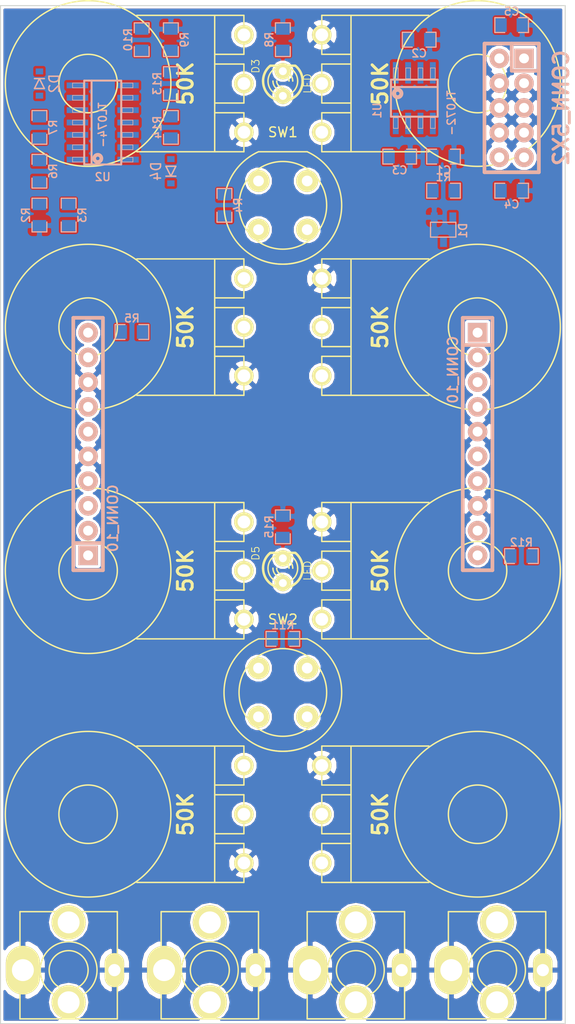
<source format=kicad_pcb>
(kicad_pcb (version 3) (host pcbnew "(2013-07-07 BZR 4022)-stable")
  (layers (15 F.Cu signal) (0 B.Cu signal) (18 B.Paste user) (19 F.Paste user) (20 B.SilkS user) (21 F.SilkS user) (22 B.Mask user) (23 F.Mask user) (28 Edge.Cuts user))
  (net 0 "")
  (net 1 +12V)
  (net 2 "+5.0V A")
  (net 3 "+5.0V B")
  (net 4 -12V)
  (net 5 ATT1)
  (net 6 ATT2)
  (net 7 DEC1)
  (net 8 DEC2)
  (net 9 GATE1)
  (net 10 GATE2)
  (net 11 GND)
  (net 12 N-0000012)
  (net 13 N-0000014)
  (net 14 N-0000015)
  (net 15 N-0000016)
  (net 16 N-0000017)
  (net 17 N-0000018)
  (net 18 N-0000019)
  (net 19 N-0000020)
  (net 20 N-0000021)
  (net 21 N-0000022)
  (net 22 N-0000023)
  (net 23 N-0000027)
  (net 24 N-0000030)
  (net 25 N-0000031)
  (net 26 N-0000036)
  (net 27 N-0000038)
  (net 28 N-0000039)
  (net 29 OUT1)
  (net 30 OUT2)
  (net 31 REL1)
  (net 32 REL2)
  (net 33 SUS1)
  (net 34 SUS2)
  (module SOT23-JRL (layer B.Cu) (at 156.5 116)
    (fp_text reference D1 (at 1.99898 0.09906 270) (layer B.SilkS) (effects (font (size 0.8128 0.8128) (thickness 0.1524)) (justify mirror)))
    (fp_text value LM4040-5.0 hide)
    (pad 3 smd rect (at 0 1.27) (size 0.70104 1.00076) (layers B.Cu B.Paste B.Mask))
    (pad 1 smd rect (at 0.9525 -1.27) (size 0.70104 1.00076) (layers B.Cu B.Paste B.Mask) (net 26 N-0000036))
    (pad 2 smd rect (at -0.9525 -1.27) (size 0.70104 1.00076) (layers B.Cu B.Paste B.Mask) (net 11 GND))
  )
  (module SOIC-8-JRL (layer B.Cu) (at 153.5 102.5)
    (fp_text reference U1 (at -3.81 1.27 270) (layer B.SilkS) (effects (font (size 0.8128 0.8128) (thickness 0.1524)) (justify mirror)))
    (fp_text value TL072- (at 3.81 1.524 270) (layer B.SilkS) (effects (font (size 0.8128 0.8128) (thickness 0.1524)) (justify mirror)))
    (pad 1 smd rect (at -1.905 -2.59842) (size 0.59944 2.19964) (layers B.Cu B.Paste B.Mask) (net 2 "+5.0V A"))
    (pad 2 smd rect (at -0.635 -2.59842) (size 0.59944 2.19964) (layers B.Cu B.Paste B.Mask) (net 2 "+5.0V A"))
    (pad 3 smd rect (at 0.635 -2.59842) (size 0.59944 2.19964) (layers B.Cu B.Paste B.Mask) (net 26 N-0000036))
    (pad 4 smd rect (at 1.905 -2.59842) (size 0.59944 2.19964) (layers B.Cu B.Paste B.Mask) (net 4 -12V))
    (pad 5 smd rect (at 1.905 2.59842) (size 0.59944 2.19964) (layers B.Cu B.Paste B.Mask) (net 26 N-0000036))
    (pad 6 smd rect (at 0.635 2.59842) (size 0.59944 2.19964) (layers B.Cu B.Paste B.Mask) (net 3 "+5.0V B"))
    (pad 7 smd rect (at -0.635 2.59842) (size 0.59944 2.19964) (layers B.Cu B.Paste B.Mask) (net 3 "+5.0V B"))
    (pad 8 smd rect (at -1.905 2.59842) (size 0.59944 2.19964) (layers B.Cu B.Paste B.Mask) (net 1 +12V))
  )
  (module SOD323-JRL (layer B.Cu) (at 115 101 90)
    (fp_text reference D2 (at 0 1.524 90) (layer B.SilkS) (effects (font (size 1.016 1.016) (thickness 0.1524)) (justify mirror)))
    (fp_text value 1N4148 hide)
    (pad 1 smd rect (at -1.2446 0 90) (size 0.6096 0.762) (layers B.Cu B.Paste B.Mask) (net 24 N-0000030))
    (pad 2 smd rect (at 1.2446 0 90) (size 0.6096 0.762) (layers B.Cu B.Paste B.Mask) (net 28 N-0000039))
  )
  (module SOD323-JRL (layer B.Cu) (at 128.5 110 270)
    (fp_text reference D4 (at 0 1.524 270) (layer B.SilkS) (effects (font (size 1.016 1.016) (thickness 0.1524)) (justify mirror)))
    (fp_text value 1N4148 hide)
    (pad 1 smd rect (at -1.2446 0 270) (size 0.6096 0.762) (layers B.Cu B.Paste B.Mask) (net 18 N-0000019))
    (pad 2 smd rect (at 1.2446 0 270) (size 0.6096 0.762) (layers B.Cu B.Paste B.Mask) (net 17 N-0000018))
  )
  (module SO14-JRL (layer B.Cu) (at 121.5 105 90)
    (fp_text reference U2 (at -5.588 0 360) (layer B.SilkS) (effects (font (size 0.8128 0.8128) (thickness 0.1524)) (justify mirror)))
    (fp_text value TL074- (at -0.254 0 90) (layer B.SilkS) (effects (font (size 0.8128 0.8128) (thickness 0.1524)) (justify mirror)))
    (pad 1 smd rect (at -3.81 -2.59842 90) (size 0.59944 2.19964) (layers B.Cu B.Paste B.Mask) (net 25 N-0000031))
    (pad 2 smd rect (at -2.54 -2.59842 90) (size 0.59944 2.19964) (layers B.Cu B.Paste B.Mask) (net 14 N-0000015))
    (pad 3 smd rect (at -1.27 -2.59842 90) (size 0.59944 2.19964) (layers B.Cu B.Paste B.Mask) (net 29 OUT1))
    (pad 4 smd rect (at 0 -2.59842 90) (size 0.59944 2.19964) (layers B.Cu B.Paste B.Mask) (net 1 +12V))
    (pad 5 smd rect (at 1.27 -2.59842 90) (size 0.59944 2.19964) (layers B.Cu B.Paste B.Mask) (net 25 N-0000031))
    (pad 6 smd rect (at 2.54 -2.59842 90) (size 0.59944 2.19964) (layers B.Cu B.Paste B.Mask) (net 24 N-0000030))
    (pad 7 smd rect (at 3.81 -2.59842 90) (size 0.59944 2.19964) (layers B.Cu B.Paste B.Mask) (net 28 N-0000039))
    (pad 8 smd rect (at 3.81 2.59842 90) (size 0.59944 2.19964) (layers B.Cu B.Paste B.Mask) (net 22 N-0000023))
    (pad 9 smd rect (at 2.54 2.59842 90) (size 0.59944 2.19964) (layers B.Cu B.Paste B.Mask) (net 16 N-0000017))
    (pad 10 smd rect (at 1.27 2.59842 90) (size 0.59944 2.19964) (layers B.Cu B.Paste B.Mask) (net 30 OUT2))
    (pad 11 smd rect (at 0 2.59842 90) (size 0.59944 2.19964) (layers B.Cu B.Paste B.Mask) (net 4 -12V))
    (pad 12 smd rect (at -1.27 2.59842 90) (size 0.59944 2.19964) (layers B.Cu B.Paste B.Mask) (net 22 N-0000023))
    (pad 13 smd rect (at -2.54 2.59842 90) (size 0.59944 2.19964) (layers B.Cu B.Paste B.Mask) (net 18 N-0000019))
    (pad 14 smd rect (at -3.81 2.59842 90) (size 0.59944 2.19964) (layers B.Cu B.Paste B.Mask) (net 17 N-0000018))
  )
  (module SM0805-HAND (layer B.Cu) (at 115 105.5 90)
    (fp_text reference R7 (at 0 1.397 90) (layer B.SilkS) (effects (font (size 0.8128 0.8128) (thickness 0.1524)) (justify mirror)))
    (fp_text value 82K hide)
    (pad 1 smd rect (at -1.0795 0 90) (size 1.143 1.397) (layers B.Cu B.Paste B.Mask) (net 14 N-0000015))
    (pad 2 smd rect (at 1.0795 0 90) (size 1.143 1.397) (layers B.Cu B.Paste B.Mask) (net 25 N-0000031))
  )
  (module SM0805-HAND (layer B.Cu) (at 164.5 149.5 180)
    (fp_text reference R12 (at 0 1.397 180) (layer B.SilkS) (effects (font (size 0.8128 0.8128) (thickness 0.1524)) (justify mirror)))
    (fp_text value 10K hide)
    (pad 1 smd rect (at -1.0795 0 180) (size 1.143 1.397) (layers B.Cu B.Paste B.Mask) (net 20 N-0000021))
    (pad 2 smd rect (at 1.0795 0 180) (size 1.143 1.397) (layers B.Cu B.Paste B.Mask) (net 10 GATE2))
  )
  (module SM0805-HAND (layer B.Cu) (at 115 110 90)
    (fp_text reference R6 (at 0 1.397 90) (layer B.SilkS) (effects (font (size 0.8128 0.8128) (thickness 0.1524)) (justify mirror)))
    (fp_text value 100K hide)
    (pad 1 smd rect (at -1.0795 0 90) (size 1.143 1.397) (layers B.Cu B.Paste B.Mask) (net 13 N-0000014))
    (pad 2 smd rect (at 1.0795 0 90) (size 1.143 1.397) (layers B.Cu B.Paste B.Mask) (net 14 N-0000015))
  )
  (module SM0805-HAND (layer B.Cu) (at 115 114.5 270)
    (fp_text reference R2 (at 0 1.397 270) (layer B.SilkS) (effects (font (size 0.8128 0.8128) (thickness 0.1524)) (justify mirror)))
    (fp_text value 120K hide)
    (pad 1 smd rect (at -1.0795 0 270) (size 1.143 1.397) (layers B.Cu B.Paste B.Mask) (net 13 N-0000014))
    (pad 2 smd rect (at 1.0795 0 270) (size 1.143 1.397) (layers B.Cu B.Paste B.Mask) (net 11 GND))
  )
  (module SM0805-HAND (layer B.Cu) (at 118 114.5 90)
    (fp_text reference R3 (at 0 1.397 90) (layer B.SilkS) (effects (font (size 0.8128 0.8128) (thickness 0.1524)) (justify mirror)))
    (fp_text value 330K hide)
    (pad 1 smd rect (at -1.0795 0 90) (size 1.143 1.397) (layers B.Cu B.Paste B.Mask) (net 4 -12V))
    (pad 2 smd rect (at 1.0795 0 90) (size 1.143 1.397) (layers B.Cu B.Paste B.Mask) (net 13 N-0000014))
  )
  (module SM0805-HAND (layer B.Cu) (at 124.5 126.5 180)
    (fp_text reference R5 (at 0 1.397 180) (layer B.SilkS) (effects (font (size 0.8128 0.8128) (thickness 0.1524)) (justify mirror)))
    (fp_text value 10K hide)
    (pad 1 smd rect (at -1.0795 0 180) (size 1.143 1.397) (layers B.Cu B.Paste B.Mask) (net 23 N-0000027))
    (pad 2 smd rect (at 1.0795 0 180) (size 1.143 1.397) (layers B.Cu B.Paste B.Mask) (net 9 GATE1))
  )
  (module SM0805-HAND (layer B.Cu) (at 154 96.5)
    (fp_text reference C2 (at 0 1.397) (layer B.SilkS) (effects (font (size 0.8128 0.8128) (thickness 0.1524)) (justify mirror)))
    (fp_text value 100n hide)
    (pad 1 smd rect (at -1.0795 0) (size 1.143 1.397) (layers B.Cu B.Paste B.Mask) (net 2 "+5.0V A"))
    (pad 2 smd rect (at 1.0795 0) (size 1.143 1.397) (layers B.Cu B.Paste B.Mask) (net 11 GND))
  )
  (module SM0805-HAND (layer B.Cu) (at 152 108.5)
    (fp_text reference C3 (at 0 1.397) (layer B.SilkS) (effects (font (size 0.8128 0.8128) (thickness 0.1524)) (justify mirror)))
    (fp_text value 100n hide)
    (pad 1 smd rect (at -1.0795 0) (size 1.143 1.397) (layers B.Cu B.Paste B.Mask) (net 3 "+5.0V B"))
    (pad 2 smd rect (at 1.0795 0) (size 1.143 1.397) (layers B.Cu B.Paste B.Mask) (net 11 GND))
  )
  (module SM0805-HAND (layer B.Cu) (at 140 158 180)
    (fp_text reference R11 (at 0 1.397 180) (layer B.SilkS) (effects (font (size 0.8128 0.8128) (thickness 0.1524)) (justify mirror)))
    (fp_text value 10K hide)
    (pad 1 smd rect (at -1.0795 0 180) (size 1.143 1.397) (layers B.Cu B.Paste B.Mask) (net 3 "+5.0V B"))
    (pad 2 smd rect (at 1.0795 0 180) (size 1.143 1.397) (layers B.Cu B.Paste B.Mask) (net 12 N-0000012))
  )
  (module SM0805-HAND (layer B.Cu) (at 140 146.5 270)
    (fp_text reference R15 (at 0 1.397 270) (layer B.SilkS) (effects (font (size 0.8128 0.8128) (thickness 0.1524)) (justify mirror)))
    (fp_text value 270 hide)
    (pad 1 smd rect (at -1.0795 0 270) (size 1.143 1.397) (layers B.Cu B.Paste B.Mask) (net 11 GND))
    (pad 2 smd rect (at 1.0795 0 270) (size 1.143 1.397) (layers B.Cu B.Paste B.Mask) (net 15 N-0000016))
  )
  (module SM0805-HAND (layer B.Cu) (at 128.5 105.5 270)
    (fp_text reference R14 (at 0 1.397 270) (layer B.SilkS) (effects (font (size 0.8128 0.8128) (thickness 0.1524)) (justify mirror)))
    (fp_text value 82K hide)
    (pad 1 smd rect (at -1.0795 0 270) (size 1.143 1.397) (layers B.Cu B.Paste B.Mask) (net 16 N-0000017))
    (pad 2 smd rect (at 1.0795 0 270) (size 1.143 1.397) (layers B.Cu B.Paste B.Mask) (net 22 N-0000023))
  )
  (module SM0805-HAND (layer B.Cu) (at 128.5 101 270)
    (fp_text reference R13 (at 0 1.397 270) (layer B.SilkS) (effects (font (size 0.8128 0.8128) (thickness 0.1524)) (justify mirror)))
    (fp_text value 100K hide)
    (pad 1 smd rect (at -1.0795 0 270) (size 1.143 1.397) (layers B.Cu B.Paste B.Mask) (net 21 N-0000022))
    (pad 2 smd rect (at 1.0795 0 270) (size 1.143 1.397) (layers B.Cu B.Paste B.Mask) (net 16 N-0000017))
  )
  (module SM0805-HAND (layer B.Cu) (at 128.5 96.5 90)
    (fp_text reference R9 (at 0 1.397 90) (layer B.SilkS) (effects (font (size 0.8128 0.8128) (thickness 0.1524)) (justify mirror)))
    (fp_text value 120K hide)
    (pad 1 smd rect (at -1.0795 0 90) (size 1.143 1.397) (layers B.Cu B.Paste B.Mask) (net 21 N-0000022))
    (pad 2 smd rect (at 1.0795 0 90) (size 1.143 1.397) (layers B.Cu B.Paste B.Mask) (net 11 GND))
  )
  (module SM0805-HAND (layer B.Cu) (at 125.5 96.5 270)
    (fp_text reference R10 (at 0 1.397 270) (layer B.SilkS) (effects (font (size 0.8128 0.8128) (thickness 0.1524)) (justify mirror)))
    (fp_text value 330K hide)
    (pad 1 smd rect (at -1.0795 0 270) (size 1.143 1.397) (layers B.Cu B.Paste B.Mask) (net 4 -12V))
    (pad 2 smd rect (at 1.0795 0 270) (size 1.143 1.397) (layers B.Cu B.Paste B.Mask) (net 21 N-0000022))
  )
  (module SM0805-HAND (layer B.Cu) (at 163.5 95 180)
    (fp_text reference C5 (at 0 1.397 180) (layer B.SilkS) (effects (font (size 0.8128 0.8128) (thickness 0.1524)) (justify mirror)))
    (fp_text value 1μ hide)
    (pad 1 smd rect (at -1.0795 0 180) (size 1.143 1.397) (layers B.Cu B.Paste B.Mask) (net 11 GND))
    (pad 2 smd rect (at 1.0795 0 180) (size 1.143 1.397) (layers B.Cu B.Paste B.Mask) (net 4 -12V))
  )
  (module SM0805-HAND (layer B.Cu) (at 163.5 112)
    (fp_text reference C4 (at 0 1.397) (layer B.SilkS) (effects (font (size 0.8128 0.8128) (thickness 0.1524)) (justify mirror)))
    (fp_text value 1μ hide)
    (pad 1 smd rect (at -1.0795 0) (size 1.143 1.397) (layers B.Cu B.Paste B.Mask) (net 1 +12V))
    (pad 2 smd rect (at 1.0795 0) (size 1.143 1.397) (layers B.Cu B.Paste B.Mask) (net 11 GND))
  )
  (module SM0805-HAND (layer B.Cu) (at 134 113.5 90)
    (fp_text reference R4 (at 0 1.397 90) (layer B.SilkS) (effects (font (size 0.8128 0.8128) (thickness 0.1524)) (justify mirror)))
    (fp_text value 10K hide)
    (pad 1 smd rect (at -1.0795 0 90) (size 1.143 1.397) (layers B.Cu B.Paste B.Mask) (net 2 "+5.0V A"))
    (pad 2 smd rect (at 1.0795 0 90) (size 1.143 1.397) (layers B.Cu B.Paste B.Mask) (net 19 N-0000020))
  )
  (module SM0805-HAND (layer B.Cu) (at 140 96.5 270)
    (fp_text reference R8 (at 0 1.397 270) (layer B.SilkS) (effects (font (size 0.8128 0.8128) (thickness 0.1524)) (justify mirror)))
    (fp_text value 270 hide)
    (pad 1 smd rect (at -1.0795 0 270) (size 1.143 1.397) (layers B.Cu B.Paste B.Mask) (net 11 GND))
    (pad 2 smd rect (at 1.0795 0 270) (size 1.143 1.397) (layers B.Cu B.Paste B.Mask) (net 27 N-0000038))
  )
  (module SM0805-HAND (layer B.Cu) (at 156.5 108.5)
    (fp_text reference C1 (at 0 1.397) (layer B.SilkS) (effects (font (size 0.8128 0.8128) (thickness 0.1524)) (justify mirror)))
    (fp_text value 100n hide)
    (pad 1 smd rect (at -1.0795 0) (size 1.143 1.397) (layers B.Cu B.Paste B.Mask) (net 26 N-0000036))
    (pad 2 smd rect (at 1.0795 0) (size 1.143 1.397) (layers B.Cu B.Paste B.Mask) (net 11 GND))
  )
  (module SM0805-HAND (layer B.Cu) (at 156.5 112 180)
    (fp_text reference R1 (at 0 1.397 180) (layer B.SilkS) (effects (font (size 0.8128 0.8128) (thickness 0.1524)) (justify mirror)))
    (fp_text value 10K hide)
    (pad 1 smd rect (at -1.0795 0 180) (size 1.143 1.397) (layers B.Cu B.Paste B.Mask) (net 1 +12V))
    (pad 2 smd rect (at 1.0795 0 180) (size 1.143 1.397) (layers B.Cu B.Paste B.Mask) (net 26 N-0000036))
  )
  (module RV16A-41 (layer F.Cu) (at 120 101 90)
    (fp_text reference P1 hide)
    (fp_text value 50K (at 0 9.99998 90) (layer F.SilkS) (effects (font (size 1.524 1.524) (thickness 0.3048))))
    (pad 2 thru_hole circle (at 0 16 90) (size 1.99898 1.99898) (drill 1.30048) (layers *.Cu *.Mask F.SilkS) (net 5 ATT1))
    (pad 3 thru_hole circle (at 5 16 90) (size 1.99898 1.99898) (drill 1.30048) (layers *.Cu *.Mask F.SilkS) (net 2 "+5.0V A"))
    (pad 1 thru_hole circle (at -5 16 90) (size 1.99898 1.99898) (drill 1.30048) (layers *.Cu *.Mask F.SilkS) (net 11 GND))
  )
  (module RV16A-41 (layer F.Cu) (at 120 126 90)
    (fp_text reference P2 hide)
    (fp_text value 50K (at 0 9.99998 90) (layer F.SilkS) (effects (font (size 1.524 1.524) (thickness 0.3048))))
    (pad 2 thru_hole circle (at 0 16 90) (size 1.99898 1.99898) (drill 1.30048) (layers *.Cu *.Mask F.SilkS) (net 7 DEC1))
    (pad 3 thru_hole circle (at 5 16 90) (size 1.99898 1.99898) (drill 1.30048) (layers *.Cu *.Mask F.SilkS) (net 2 "+5.0V A"))
    (pad 1 thru_hole circle (at -5 16 90) (size 1.99898 1.99898) (drill 1.30048) (layers *.Cu *.Mask F.SilkS) (net 11 GND))
  )
  (module RV16A-41 (layer F.Cu) (at 120 151 90)
    (fp_text reference P3 hide)
    (fp_text value 50K (at 0 9.99998 90) (layer F.SilkS) (effects (font (size 1.524 1.524) (thickness 0.3048))))
    (pad 2 thru_hole circle (at 0 16 90) (size 1.99898 1.99898) (drill 1.30048) (layers *.Cu *.Mask F.SilkS) (net 33 SUS1))
    (pad 3 thru_hole circle (at 5 16 90) (size 1.99898 1.99898) (drill 1.30048) (layers *.Cu *.Mask F.SilkS) (net 2 "+5.0V A"))
    (pad 1 thru_hole circle (at -5 16 90) (size 1.99898 1.99898) (drill 1.30048) (layers *.Cu *.Mask F.SilkS) (net 11 GND))
  )
  (module RV16A-41 (layer F.Cu) (at 120 176 90)
    (fp_text reference P4 hide)
    (fp_text value 50K (at 0 9.99998 90) (layer F.SilkS) (effects (font (size 1.524 1.524) (thickness 0.3048))))
    (pad 2 thru_hole circle (at 0 16 90) (size 1.99898 1.99898) (drill 1.30048) (layers *.Cu *.Mask F.SilkS) (net 31 REL1))
    (pad 3 thru_hole circle (at 5 16 90) (size 1.99898 1.99898) (drill 1.30048) (layers *.Cu *.Mask F.SilkS) (net 2 "+5.0V A"))
    (pad 1 thru_hole circle (at -5 16 90) (size 1.99898 1.99898) (drill 1.30048) (layers *.Cu *.Mask F.SilkS) (net 11 GND))
  )
  (module RV16A-41 (layer F.Cu) (at 160 176 270)
    (fp_text reference P8 hide)
    (fp_text value 50K (at 0 9.99998 270) (layer F.SilkS) (effects (font (size 1.524 1.524) (thickness 0.3048))))
    (pad 2 thru_hole circle (at 0 16 270) (size 1.99898 1.99898) (drill 1.30048) (layers *.Cu *.Mask F.SilkS) (net 32 REL2))
    (pad 3 thru_hole circle (at 5 16 270) (size 1.99898 1.99898) (drill 1.30048) (layers *.Cu *.Mask F.SilkS) (net 3 "+5.0V B"))
    (pad 1 thru_hole circle (at -5 16 270) (size 1.99898 1.99898) (drill 1.30048) (layers *.Cu *.Mask F.SilkS) (net 11 GND))
  )
  (module RV16A-41 (layer F.Cu) (at 160 151 270)
    (fp_text reference P7 hide)
    (fp_text value 50K (at 0 9.99998 270) (layer F.SilkS) (effects (font (size 1.524 1.524) (thickness 0.3048))))
    (pad 2 thru_hole circle (at 0 16 270) (size 1.99898 1.99898) (drill 1.30048) (layers *.Cu *.Mask F.SilkS) (net 34 SUS2))
    (pad 3 thru_hole circle (at 5 16 270) (size 1.99898 1.99898) (drill 1.30048) (layers *.Cu *.Mask F.SilkS) (net 3 "+5.0V B"))
    (pad 1 thru_hole circle (at -5 16 270) (size 1.99898 1.99898) (drill 1.30048) (layers *.Cu *.Mask F.SilkS) (net 11 GND))
  )
  (module RV16A-41 (layer F.Cu) (at 160 126 270)
    (fp_text reference P6 hide)
    (fp_text value 50K (at 0 9.99998 270) (layer F.SilkS) (effects (font (size 1.524 1.524) (thickness 0.3048))))
    (pad 2 thru_hole circle (at 0 16 270) (size 1.99898 1.99898) (drill 1.30048) (layers *.Cu *.Mask F.SilkS) (net 8 DEC2))
    (pad 3 thru_hole circle (at 5 16 270) (size 1.99898 1.99898) (drill 1.30048) (layers *.Cu *.Mask F.SilkS) (net 3 "+5.0V B"))
    (pad 1 thru_hole circle (at -5 16 270) (size 1.99898 1.99898) (drill 1.30048) (layers *.Cu *.Mask F.SilkS) (net 11 GND))
  )
  (module RV16A-41 (layer F.Cu) (at 160 101 270)
    (fp_text reference P5 hide)
    (fp_text value 50K (at 0 9.99998 270) (layer F.SilkS) (effects (font (size 1.524 1.524) (thickness 0.3048))))
    (pad 2 thru_hole circle (at 0 16 270) (size 1.99898 1.99898) (drill 1.30048) (layers *.Cu *.Mask F.SilkS) (net 6 ATT2))
    (pad 3 thru_hole circle (at 5 16 270) (size 1.99898 1.99898) (drill 1.30048) (layers *.Cu *.Mask F.SilkS) (net 3 "+5.0V B"))
    (pad 1 thru_hole circle (at -5 16 270) (size 1.99898 1.99898) (drill 1.30048) (layers *.Cu *.Mask F.SilkS) (net 11 GND))
  )
  (module PJ-301B-JACK (layer F.Cu) (at 147.5 192)
    (fp_text reference J3 hide)
    (fp_text value OUT1 hide)
    (pad 1 thru_hole oval (at -4.7 0) (size 3.5 5) (drill 2.25) (layers *.Cu *.Mask F.SilkS) (net 11 GND))
    (pad 1 thru_hole oval (at 4.7 0) (size 2 3.5) (drill 1.25) (layers *.Cu *.Mask F.SilkS) (net 11 GND))
    (pad 3 thru_hole oval (at 0 -4.9) (size 3.5 3.5) (drill 2.25) (layers *.Cu *.Mask F.SilkS) (net 30 OUT2))
    (pad 2 thru_hole oval (at 0 3.3) (size 3.5 3.5) (drill 2.25) (layers *.Cu *.Mask F.SilkS))
  )
  (module PJ-301B-JACK (layer F.Cu) (at 162 192)
    (fp_text reference J4 hide)
    (fp_text value GATE1 hide)
    (pad 1 thru_hole oval (at -4.7 0) (size 3.5 5) (drill 2.25) (layers *.Cu *.Mask F.SilkS) (net 11 GND))
    (pad 1 thru_hole oval (at 4.7 0) (size 2 3.5) (drill 1.25) (layers *.Cu *.Mask F.SilkS) (net 11 GND))
    (pad 3 thru_hole oval (at 0 -4.9) (size 3.5 3.5) (drill 2.25) (layers *.Cu *.Mask F.SilkS) (net 20 N-0000021))
    (pad 2 thru_hole oval (at 0 3.3) (size 3.5 3.5) (drill 2.25) (layers *.Cu *.Mask F.SilkS))
  )
  (module PJ-301B-JACK (layer F.Cu) (at 132.5 192)
    (fp_text reference J1 hide)
    (fp_text value OUT1 hide)
    (pad 1 thru_hole oval (at -4.7 0) (size 3.5 5) (drill 2.25) (layers *.Cu *.Mask F.SilkS) (net 11 GND))
    (pad 1 thru_hole oval (at 4.7 0) (size 2 3.5) (drill 1.25) (layers *.Cu *.Mask F.SilkS) (net 11 GND))
    (pad 3 thru_hole oval (at 0 -4.9) (size 3.5 3.5) (drill 2.25) (layers *.Cu *.Mask F.SilkS) (net 29 OUT1))
    (pad 2 thru_hole oval (at 0 3.3) (size 3.5 3.5) (drill 2.25) (layers *.Cu *.Mask F.SilkS))
  )
  (module PJ-301B-JACK (layer F.Cu) (at 118 192)
    (fp_text reference J2 hide)
    (fp_text value GATE1 hide)
    (pad 1 thru_hole oval (at -4.7 0) (size 3.5 5) (drill 2.25) (layers *.Cu *.Mask F.SilkS) (net 11 GND))
    (pad 1 thru_hole oval (at 4.7 0) (size 2 3.5) (drill 1.25) (layers *.Cu *.Mask F.SilkS) (net 11 GND))
    (pad 3 thru_hole oval (at 0 -4.9) (size 3.5 3.5) (drill 2.25) (layers *.Cu *.Mask F.SilkS) (net 23 N-0000027))
    (pad 2 thru_hole oval (at 0 3.3) (size 3.5 3.5) (drill 2.25) (layers *.Cu *.Mask F.SilkS))
  )
  (module LED-3MM (layer F.Cu) (at 140 151 90)
    (fp_text reference D5 (at 1.778 -2.794 90) (layer F.SilkS) (effects (font (size 0.762 0.762) (thickness 0.0889))))
    (fp_text value LED (at 0 2.54 90) (layer F.SilkS) (effects (font (size 0.762 0.762) (thickness 0.0889))))
    (pad 1 thru_hole circle (at -1.27 0 90) (size 1.6764 1.6764) (drill 0.8128) (layers *.Cu F.Paste F.SilkS F.Mask) (net 17 N-0000018))
    (pad 2 thru_hole circle (at 1.27 0 90) (size 1.6764 1.6764) (drill 0.8128) (layers *.Cu F.Paste F.SilkS F.Mask) (net 15 N-0000016))
  )
  (module LED-3MM (layer F.Cu) (at 140 101 90)
    (fp_text reference D3 (at 1.778 -2.794 90) (layer F.SilkS) (effects (font (size 0.762 0.762) (thickness 0.0889))))
    (fp_text value LED (at 0 2.54 90) (layer F.SilkS) (effects (font (size 0.762 0.762) (thickness 0.0889))))
    (pad 1 thru_hole circle (at -1.27 0 90) (size 1.6764 1.6764) (drill 0.8128) (layers *.Cu F.Paste F.SilkS F.Mask) (net 28 N-0000039))
    (pad 2 thru_hole circle (at 1.27 0 90) (size 1.6764 1.6764) (drill 0.8128) (layers *.Cu F.Paste F.SilkS F.Mask) (net 27 N-0000038))
  )
  (module KS-01Q-02-JRL (layer F.Cu) (at 140 163.5)
    (fp_text reference SW2 (at 0 -7.5) (layer F.SilkS))
    (fp_text value SW_PUSH hide)
    (pad 4 thru_hole circle (at 2.5 2.5) (size 2.25 2.25) (drill 1.1) (layers *.Cu *.Mask F.SilkS) (net 10 GATE2))
    (pad 3 thru_hole circle (at -2.5 2.5) (size 2.25 2.25) (drill 1.1) (layers *.Cu *.Mask F.SilkS) (net 12 N-0000012))
    (pad 1 thru_hole circle (at -2.5 -2.5) (size 2.25 2.25) (drill 1.1) (layers *.Cu *.Mask F.SilkS) (net 12 N-0000012))
    (pad 2 thru_hole circle (at 2.5 -2.5) (size 2.25 2.25) (drill 1.1) (layers *.Cu *.Mask F.SilkS) (net 10 GATE2))
  )
  (module KS-01Q-02-JRL (layer F.Cu) (at 140 113.5)
    (fp_text reference SW1 (at 0 -7.5) (layer F.SilkS))
    (fp_text value SW_PUSH hide)
    (pad 4 thru_hole circle (at 2.5 2.5) (size 2.25 2.25) (drill 1.1) (layers *.Cu *.Mask F.SilkS) (net 9 GATE1))
    (pad 3 thru_hole circle (at -2.5 2.5) (size 2.25 2.25) (drill 1.1) (layers *.Cu *.Mask F.SilkS) (net 19 N-0000020))
    (pad 1 thru_hole circle (at -2.5 -2.5) (size 2.25 2.25) (drill 1.1) (layers *.Cu *.Mask F.SilkS) (net 19 N-0000020))
    (pad 2 thru_hole circle (at 2.5 -2.5) (size 2.25 2.25) (drill 1.1) (layers *.Cu *.Mask F.SilkS) (net 9 GATE1))
  )
  (module CONN_0100_X_10 (layer B.Cu) (at 160 138 270)
    (fp_text reference EG2 hide)
    (fp_text value CONN_10 (at -7.62 2.54 270) (layer B.SilkS) (effects (font (size 1.016 1.016) (thickness 0.1905)) (justify mirror)))
    (pad 1 thru_hole rect (at -11.43 0 270) (size 1.99898 1.99898) (drill 1.016) (layers *.Cu *.Mask B.SilkS) (net 1 +12V))
    (pad 2 thru_hole circle (at -8.89 0 270) (size 1.99898 1.99898) (drill 1.016) (layers *.Cu *.Mask B.SilkS) (net 8 DEC2))
    (pad 3 thru_hole circle (at -6.35 0 270) (size 1.99898 1.99898) (drill 1.016) (layers *.Cu *.Mask B.SilkS) (net 4 -12V))
    (pad 4 thru_hole circle (at -3.81 0 270) (size 1.99898 1.99898) (drill 1.016) (layers *.Cu *.Mask B.SilkS) (net 30 OUT2))
    (pad 5 thru_hole circle (at -1.27 0 270) (size 1.99898 1.99898) (drill 1.016) (layers *.Cu *.Mask B.SilkS) (net 11 GND))
    (pad 6 thru_hole circle (at 1.27 0 270) (size 1.99898 1.99898) (drill 1.016) (layers *.Cu *.Mask B.SilkS) (net 34 SUS2))
    (pad 7 thru_hole circle (at 3.81 0 270) (size 1.99898 1.99898) (drill 1.016) (layers *.Cu *.Mask B.SilkS) (net 32 REL2))
    (pad 8 thru_hole circle (at 6.35 0 270) (size 1.99898 1.99898) (drill 1.016) (layers *.Cu *.Mask B.SilkS) (net 11 GND))
    (pad 9 thru_hole circle (at 8.89 0 270) (size 1.99898 1.99898) (drill 1.016) (layers *.Cu *.Mask B.SilkS) (net 6 ATT2))
    (pad 10 thru_hole circle (at 11.43 0 270) (size 1.99898 1.99898) (drill 1.016) (layers *.Cu *.Mask B.SilkS) (net 10 GATE2))
  )
  (module CONN_0100_X_10 (layer B.Cu) (at 120 138 90)
    (fp_text reference EG1 hide)
    (fp_text value CONN_10 (at -7.62 2.54 90) (layer B.SilkS) (effects (font (size 1.016 1.016) (thickness 0.1905)) (justify mirror)))
    (pad 1 thru_hole rect (at -11.43 0 90) (size 1.99898 1.99898) (drill 1.016) (layers *.Cu *.Mask B.SilkS) (net 1 +12V))
    (pad 2 thru_hole circle (at -8.89 0 90) (size 1.99898 1.99898) (drill 1.016) (layers *.Cu *.Mask B.SilkS) (net 7 DEC1))
    (pad 3 thru_hole circle (at -6.35 0 90) (size 1.99898 1.99898) (drill 1.016) (layers *.Cu *.Mask B.SilkS) (net 4 -12V))
    (pad 4 thru_hole circle (at -3.81 0 90) (size 1.99898 1.99898) (drill 1.016) (layers *.Cu *.Mask B.SilkS) (net 29 OUT1))
    (pad 5 thru_hole circle (at -1.27 0 90) (size 1.99898 1.99898) (drill 1.016) (layers *.Cu *.Mask B.SilkS) (net 11 GND))
    (pad 6 thru_hole circle (at 1.27 0 90) (size 1.99898 1.99898) (drill 1.016) (layers *.Cu *.Mask B.SilkS) (net 33 SUS1))
    (pad 7 thru_hole circle (at 3.81 0 90) (size 1.99898 1.99898) (drill 1.016) (layers *.Cu *.Mask B.SilkS) (net 31 REL1))
    (pad 8 thru_hole circle (at 6.35 0 90) (size 1.99898 1.99898) (drill 1.016) (layers *.Cu *.Mask B.SilkS) (net 11 GND))
    (pad 9 thru_hole circle (at 8.89 0 90) (size 1.99898 1.99898) (drill 1.016) (layers *.Cu *.Mask B.SilkS) (net 5 ATT1))
    (pad 10 thru_hole circle (at 11.43 0 90) (size 1.99898 1.99898) (drill 1.016) (layers *.Cu *.Mask B.SilkS) (net 9 GATE1))
  )
  (module CONN_0100_2X5_10 (layer B.Cu) (at 163.5 103.5 270)
    (fp_text reference PWR1 hide)
    (fp_text value CONN_5X2 (at 0 -5.08 270) (layer B.SilkS) (effects (font (size 1.524 1.524) (thickness 0.3048)) (justify mirror)))
    (pad 7 thru_hole circle (at 2.54 -1.27 270) (size 1.99898 1.99898) (drill 1.016) (layers *.Cu *.Mask B.SilkS) (net 11 GND))
    (pad 5 thru_hole circle (at 0 -1.27 270) (size 1.99898 1.99898) (drill 1.016) (layers *.Cu *.Mask B.SilkS) (net 11 GND))
    (pad 9 thru_hole circle (at 5.08 -1.27 270) (size 1.99898 1.99898) (drill 1.016) (layers *.Cu *.Mask B.SilkS) (net 1 +12V))
    (pad 3 thru_hole circle (at -2.54 -1.27 270) (size 1.99898 1.99898) (drill 1.016) (layers *.Cu *.Mask B.SilkS) (net 11 GND))
    (pad 1 thru_hole rect (at -5.08 -1.27 270) (size 1.99898 1.99898) (drill 1.016) (layers *.Cu *.Mask B.SilkS) (net 4 -12V))
    (pad 2 thru_hole circle (at -5.08 1.27 270) (size 1.99898 1.99898) (drill 1.016) (layers *.Cu *.Mask B.SilkS) (net 4 -12V))
    (pad 4 thru_hole circle (at -2.54 1.27 270) (size 1.99898 1.99898) (drill 1.016) (layers *.Cu *.Mask B.SilkS) (net 11 GND))
    (pad 6 thru_hole circle (at 0 1.27 270) (size 1.99898 1.99898) (drill 1.016) (layers *.Cu *.Mask B.SilkS) (net 11 GND))
    (pad 8 thru_hole circle (at 2.54 1.27 270) (size 1.99898 1.99898) (drill 1.016) (layers *.Cu *.Mask B.SilkS) (net 11 GND))
    (pad 10 thru_hole circle (at 5.08 1.27 270) (size 1.99898 1.99898) (drill 1.016) (layers *.Cu *.Mask B.SilkS) (net 1 +12V))
  )
  (gr_line (start 169 197.5) (end 169 197) (angle 90) (layer Edge.Cuts) (width 0.1))
  (gr_line (start 111 197.5) (end 169 197.5) (angle 90) (layer Edge.Cuts) (width 0.1))
  (gr_line (start 111 197) (end 111 197.5) (angle 90) (layer Edge.Cuts) (width 0.1))
  (gr_line (start 140 93) (end 169 93) (angle 90) (layer Edge.Cuts) (width 0.1))
  (gr_line (start 111 93) (end 140 93) (angle 90) (layer Edge.Cuts) (width 0.1))
  (gr_line (start 111 197) (end 111 93) (angle 90) (layer Edge.Cuts) (width 0.1))
  (gr_line (start 169 93) (end 169 197) (angle 90) (layer Edge.Cuts) (width 0.1))
  (zone (net 11) (net_name GND) (layer F.Cu) (connect_pads (clearance 0.254)) (min_thickness 0.254) (fill (arc_segments 16) (thermal_gap 0.508) (thermal_bridge_width 0.508))
    (polygon (pts (xy 169 197.5) (xy 111 197.5) (xy 111 93) (xy 169 93)))
  )
  (zone (net 11) (net_name GND) (layer B.Cu) (connect_pads (clearance 0.254)) (min_thickness 0.254) (fill (arc_segments 16) (thermal_gap 0.508) (thermal_bridge_width 0.508))
    (polygon (pts (xy 169 197.5) (xy 111 197.5) (xy 111 93) (xy 169 93)))
  )
)
</source>
